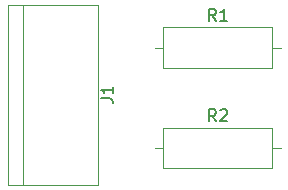
<source format=gbr>
%TF.GenerationSoftware,KiCad,Pcbnew,9.0.1*%
%TF.CreationDate,2025-05-02T23:13:34-05:00*%
%TF.ProjectId,Divisor pcb,44697669-736f-4722-9070-63622e6b6963,rev?*%
%TF.SameCoordinates,Original*%
%TF.FileFunction,Legend,Top*%
%TF.FilePolarity,Positive*%
%FSLAX46Y46*%
G04 Gerber Fmt 4.6, Leading zero omitted, Abs format (unit mm)*
G04 Created by KiCad (PCBNEW 9.0.1) date 2025-05-02 23:13:34*
%MOMM*%
%LPD*%
G01*
G04 APERTURE LIST*
%ADD10C,0.150000*%
%ADD11C,0.120000*%
G04 APERTURE END LIST*
D10*
X138104819Y-91803333D02*
X138819104Y-91803333D01*
X138819104Y-91803333D02*
X138961961Y-91850952D01*
X138961961Y-91850952D02*
X139057200Y-91946190D01*
X139057200Y-91946190D02*
X139104819Y-92089047D01*
X139104819Y-92089047D02*
X139104819Y-92184285D01*
X139104819Y-90803333D02*
X139104819Y-91374761D01*
X139104819Y-91089047D02*
X138104819Y-91089047D01*
X138104819Y-91089047D02*
X138247676Y-91184285D01*
X138247676Y-91184285D02*
X138342914Y-91279523D01*
X138342914Y-91279523D02*
X138390533Y-91374761D01*
X147833333Y-93734819D02*
X147500000Y-93258628D01*
X147261905Y-93734819D02*
X147261905Y-92734819D01*
X147261905Y-92734819D02*
X147642857Y-92734819D01*
X147642857Y-92734819D02*
X147738095Y-92782438D01*
X147738095Y-92782438D02*
X147785714Y-92830057D01*
X147785714Y-92830057D02*
X147833333Y-92925295D01*
X147833333Y-92925295D02*
X147833333Y-93068152D01*
X147833333Y-93068152D02*
X147785714Y-93163390D01*
X147785714Y-93163390D02*
X147738095Y-93211009D01*
X147738095Y-93211009D02*
X147642857Y-93258628D01*
X147642857Y-93258628D02*
X147261905Y-93258628D01*
X148214286Y-92830057D02*
X148261905Y-92782438D01*
X148261905Y-92782438D02*
X148357143Y-92734819D01*
X148357143Y-92734819D02*
X148595238Y-92734819D01*
X148595238Y-92734819D02*
X148690476Y-92782438D01*
X148690476Y-92782438D02*
X148738095Y-92830057D01*
X148738095Y-92830057D02*
X148785714Y-92925295D01*
X148785714Y-92925295D02*
X148785714Y-93020533D01*
X148785714Y-93020533D02*
X148738095Y-93163390D01*
X148738095Y-93163390D02*
X148166667Y-93734819D01*
X148166667Y-93734819D02*
X148785714Y-93734819D01*
X147833333Y-85234819D02*
X147500000Y-84758628D01*
X147261905Y-85234819D02*
X147261905Y-84234819D01*
X147261905Y-84234819D02*
X147642857Y-84234819D01*
X147642857Y-84234819D02*
X147738095Y-84282438D01*
X147738095Y-84282438D02*
X147785714Y-84330057D01*
X147785714Y-84330057D02*
X147833333Y-84425295D01*
X147833333Y-84425295D02*
X147833333Y-84568152D01*
X147833333Y-84568152D02*
X147785714Y-84663390D01*
X147785714Y-84663390D02*
X147738095Y-84711009D01*
X147738095Y-84711009D02*
X147642857Y-84758628D01*
X147642857Y-84758628D02*
X147261905Y-84758628D01*
X148785714Y-85234819D02*
X148214286Y-85234819D01*
X148500000Y-85234819D02*
X148500000Y-84234819D01*
X148500000Y-84234819D02*
X148404762Y-84377676D01*
X148404762Y-84377676D02*
X148309524Y-84472914D01*
X148309524Y-84472914D02*
X148214286Y-84520533D01*
D11*
%TO.C,J1*%
X137810000Y-83880000D02*
X137810000Y-99120000D01*
X131460000Y-83880000D02*
X131460000Y-99120000D01*
X130190000Y-83880000D02*
X137810000Y-83880000D01*
X130190000Y-83880000D02*
X130190000Y-99120000D01*
X130190000Y-99120000D02*
X137810000Y-99120000D01*
%TO.C,R2*%
X142690000Y-96000000D02*
X143380000Y-96000000D01*
X143380000Y-94280000D02*
X143380000Y-97720000D01*
X143380000Y-97720000D02*
X152620000Y-97720000D01*
X152620000Y-94280000D02*
X143380000Y-94280000D01*
X152620000Y-97720000D02*
X152620000Y-94280000D01*
X153310000Y-96000000D02*
X152620000Y-96000000D01*
%TO.C,R1*%
X142690000Y-87500000D02*
X143380000Y-87500000D01*
X143380000Y-85780000D02*
X143380000Y-89220000D01*
X143380000Y-89220000D02*
X152620000Y-89220000D01*
X152620000Y-85780000D02*
X143380000Y-85780000D01*
X152620000Y-89220000D02*
X152620000Y-85780000D01*
X153310000Y-87500000D02*
X152620000Y-87500000D01*
%TD*%
M02*

</source>
